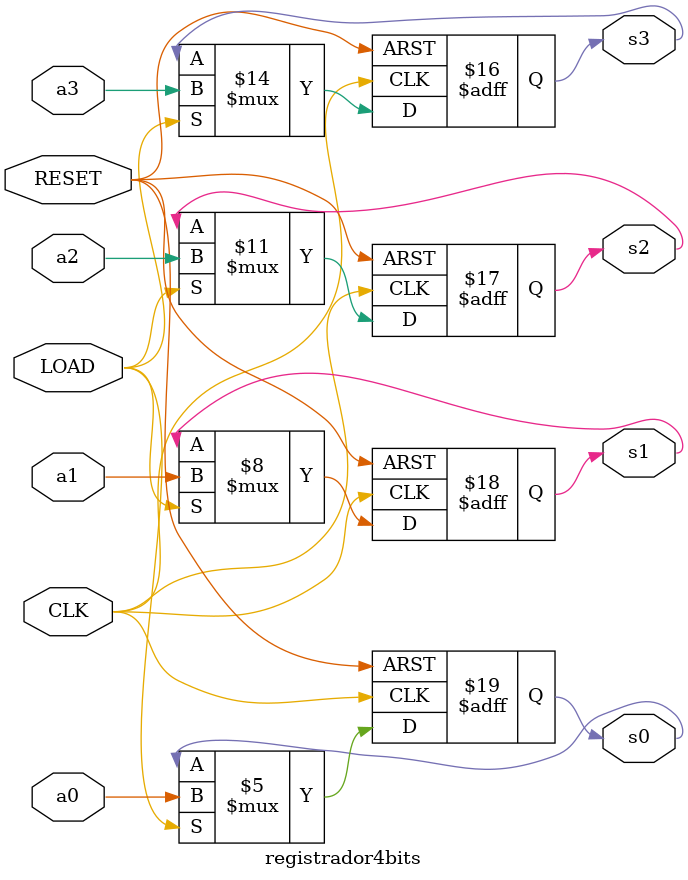
<source format=v>
module registrador4bits(CLK,s3,s2,s1,s0,a3,a2,a1,a0,RESET,LOAD);
input CLK, a3, a2, a1, a0, LOAD, RESET;
output reg s3, s2, s1, s0;


always@(posedge CLK, posedge RESET) begin //RESET assincrono
    if(RESET == 1) begin
        s3 <= 1'b0;
        s2 <= 1'b0;
        s1 <= 1'b0;
        s0 <= 1'b0;
    end
    else begin
        if(LOAD == 1) begin
            s3 <= a3;
            s2 <= a2;
            s1 <= a1;
            s0 <= a0;
        end 
        else begin
            s3 <= s3;
            s2 <= s2;
            s1 <= s1;
            s0 <= s0;
        end
    end
end
endmodule
</source>
